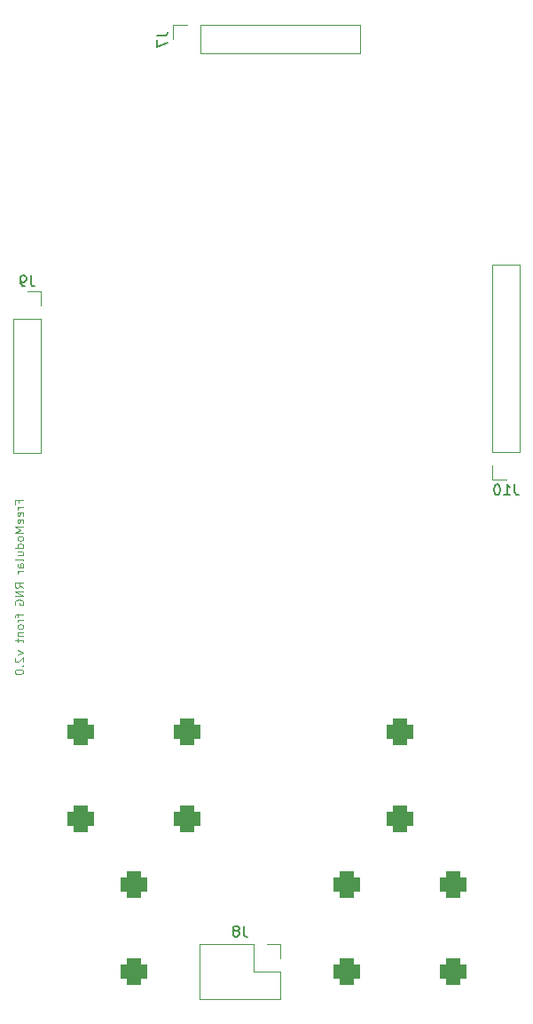
<source format=gbr>
%TF.GenerationSoftware,KiCad,Pcbnew,7.0.2*%
%TF.CreationDate,2023-04-23T21:02:48-07:00*%
%TF.ProjectId,rng_pcb_front,726e675f-7063-4625-9f66-726f6e742e6b,v2.0*%
%TF.SameCoordinates,Original*%
%TF.FileFunction,Legend,Bot*%
%TF.FilePolarity,Positive*%
%FSLAX46Y46*%
G04 Gerber Fmt 4.6, Leading zero omitted, Abs format (unit mm)*
G04 Created by KiCad (PCBNEW 7.0.2) date 2023-04-23 21:02:48*
%MOMM*%
%LPD*%
G01*
G04 APERTURE LIST*
G04 Aperture macros list*
%AMRoundRect*
0 Rectangle with rounded corners*
0 $1 Rounding radius*
0 $2 $3 $4 $5 $6 $7 $8 $9 X,Y pos of 4 corners*
0 Add a 4 corners polygon primitive as box body*
4,1,4,$2,$3,$4,$5,$6,$7,$8,$9,$2,$3,0*
0 Add four circle primitives for the rounded corners*
1,1,$1+$1,$2,$3*
1,1,$1+$1,$4,$5*
1,1,$1+$1,$6,$7*
1,1,$1+$1,$8,$9*
0 Add four rect primitives between the rounded corners*
20,1,$1+$1,$2,$3,$4,$5,0*
20,1,$1+$1,$4,$5,$6,$7,0*
20,1,$1+$1,$6,$7,$8,$9,0*
20,1,$1+$1,$8,$9,$2,$3,0*%
G04 Aperture macros list end*
%ADD10C,0.120000*%
%ADD11C,0.150000*%
%ADD12R,1.800000X1.800000*%
%ADD13C,1.800000*%
%ADD14O,3.100000X2.100000*%
%ADD15RoundRect,0.650000X0.650000X0.650000X-0.650000X0.650000X-0.650000X-0.650000X0.650000X-0.650000X0*%
%ADD16O,2.720000X3.240000*%
%ADD17R,2.000000X2.000000*%
%ADD18C,2.000000*%
%ADD19R,2.500000X3.000000*%
%ADD20C,1.600000*%
%ADD21O,1.600000X1.600000*%
%ADD22RoundRect,0.650000X-0.650000X-0.650000X0.650000X-0.650000X0.650000X0.650000X-0.650000X0.650000X0*%
%ADD23C,1.700000*%
%ADD24O,1.700000X1.700000*%
%ADD25R,1.700000X1.700000*%
G04 APERTURE END LIST*
D10*
X27129332Y-102638486D02*
X27129332Y-102371820D01*
X27548380Y-102371820D02*
X26748380Y-102371820D01*
X26748380Y-102371820D02*
X26748380Y-102752772D01*
X27548380Y-103057534D02*
X27015046Y-103057534D01*
X27167427Y-103057534D02*
X27091237Y-103095629D01*
X27091237Y-103095629D02*
X27053142Y-103133724D01*
X27053142Y-103133724D02*
X27015046Y-103209915D01*
X27015046Y-103209915D02*
X27015046Y-103286105D01*
X27510285Y-103857534D02*
X27548380Y-103781343D01*
X27548380Y-103781343D02*
X27548380Y-103628962D01*
X27548380Y-103628962D02*
X27510285Y-103552772D01*
X27510285Y-103552772D02*
X27434094Y-103514676D01*
X27434094Y-103514676D02*
X27129332Y-103514676D01*
X27129332Y-103514676D02*
X27053142Y-103552772D01*
X27053142Y-103552772D02*
X27015046Y-103628962D01*
X27015046Y-103628962D02*
X27015046Y-103781343D01*
X27015046Y-103781343D02*
X27053142Y-103857534D01*
X27053142Y-103857534D02*
X27129332Y-103895629D01*
X27129332Y-103895629D02*
X27205523Y-103895629D01*
X27205523Y-103895629D02*
X27281713Y-103514676D01*
X27510285Y-104543248D02*
X27548380Y-104467057D01*
X27548380Y-104467057D02*
X27548380Y-104314676D01*
X27548380Y-104314676D02*
X27510285Y-104238486D01*
X27510285Y-104238486D02*
X27434094Y-104200390D01*
X27434094Y-104200390D02*
X27129332Y-104200390D01*
X27129332Y-104200390D02*
X27053142Y-104238486D01*
X27053142Y-104238486D02*
X27015046Y-104314676D01*
X27015046Y-104314676D02*
X27015046Y-104467057D01*
X27015046Y-104467057D02*
X27053142Y-104543248D01*
X27053142Y-104543248D02*
X27129332Y-104581343D01*
X27129332Y-104581343D02*
X27205523Y-104581343D01*
X27205523Y-104581343D02*
X27281713Y-104200390D01*
X27548380Y-104924200D02*
X26748380Y-104924200D01*
X26748380Y-104924200D02*
X27319808Y-105190866D01*
X27319808Y-105190866D02*
X26748380Y-105457533D01*
X26748380Y-105457533D02*
X27548380Y-105457533D01*
X27548380Y-105952771D02*
X27510285Y-105876581D01*
X27510285Y-105876581D02*
X27472189Y-105838486D01*
X27472189Y-105838486D02*
X27395999Y-105800390D01*
X27395999Y-105800390D02*
X27167427Y-105800390D01*
X27167427Y-105800390D02*
X27091237Y-105838486D01*
X27091237Y-105838486D02*
X27053142Y-105876581D01*
X27053142Y-105876581D02*
X27015046Y-105952771D01*
X27015046Y-105952771D02*
X27015046Y-106067057D01*
X27015046Y-106067057D02*
X27053142Y-106143248D01*
X27053142Y-106143248D02*
X27091237Y-106181343D01*
X27091237Y-106181343D02*
X27167427Y-106219438D01*
X27167427Y-106219438D02*
X27395999Y-106219438D01*
X27395999Y-106219438D02*
X27472189Y-106181343D01*
X27472189Y-106181343D02*
X27510285Y-106143248D01*
X27510285Y-106143248D02*
X27548380Y-106067057D01*
X27548380Y-106067057D02*
X27548380Y-105952771D01*
X27548380Y-106905153D02*
X26748380Y-106905153D01*
X27510285Y-106905153D02*
X27548380Y-106828962D01*
X27548380Y-106828962D02*
X27548380Y-106676581D01*
X27548380Y-106676581D02*
X27510285Y-106600391D01*
X27510285Y-106600391D02*
X27472189Y-106562296D01*
X27472189Y-106562296D02*
X27395999Y-106524200D01*
X27395999Y-106524200D02*
X27167427Y-106524200D01*
X27167427Y-106524200D02*
X27091237Y-106562296D01*
X27091237Y-106562296D02*
X27053142Y-106600391D01*
X27053142Y-106600391D02*
X27015046Y-106676581D01*
X27015046Y-106676581D02*
X27015046Y-106828962D01*
X27015046Y-106828962D02*
X27053142Y-106905153D01*
X27015046Y-107628963D02*
X27548380Y-107628963D01*
X27015046Y-107286106D02*
X27434094Y-107286106D01*
X27434094Y-107286106D02*
X27510285Y-107324201D01*
X27510285Y-107324201D02*
X27548380Y-107400391D01*
X27548380Y-107400391D02*
X27548380Y-107514677D01*
X27548380Y-107514677D02*
X27510285Y-107590868D01*
X27510285Y-107590868D02*
X27472189Y-107628963D01*
X27548380Y-108124201D02*
X27510285Y-108048011D01*
X27510285Y-108048011D02*
X27434094Y-108009916D01*
X27434094Y-108009916D02*
X26748380Y-108009916D01*
X27548380Y-108771821D02*
X27129332Y-108771821D01*
X27129332Y-108771821D02*
X27053142Y-108733726D01*
X27053142Y-108733726D02*
X27015046Y-108657535D01*
X27015046Y-108657535D02*
X27015046Y-108505154D01*
X27015046Y-108505154D02*
X27053142Y-108428964D01*
X27510285Y-108771821D02*
X27548380Y-108695630D01*
X27548380Y-108695630D02*
X27548380Y-108505154D01*
X27548380Y-108505154D02*
X27510285Y-108428964D01*
X27510285Y-108428964D02*
X27434094Y-108390868D01*
X27434094Y-108390868D02*
X27357904Y-108390868D01*
X27357904Y-108390868D02*
X27281713Y-108428964D01*
X27281713Y-108428964D02*
X27243618Y-108505154D01*
X27243618Y-108505154D02*
X27243618Y-108695630D01*
X27243618Y-108695630D02*
X27205523Y-108771821D01*
X27548380Y-109152774D02*
X27015046Y-109152774D01*
X27167427Y-109152774D02*
X27091237Y-109190869D01*
X27091237Y-109190869D02*
X27053142Y-109228964D01*
X27053142Y-109228964D02*
X27015046Y-109305155D01*
X27015046Y-109305155D02*
X27015046Y-109381345D01*
X27548380Y-110714679D02*
X27167427Y-110448012D01*
X27548380Y-110257536D02*
X26748380Y-110257536D01*
X26748380Y-110257536D02*
X26748380Y-110562298D01*
X26748380Y-110562298D02*
X26786475Y-110638488D01*
X26786475Y-110638488D02*
X26824570Y-110676583D01*
X26824570Y-110676583D02*
X26900761Y-110714679D01*
X26900761Y-110714679D02*
X27015046Y-110714679D01*
X27015046Y-110714679D02*
X27091237Y-110676583D01*
X27091237Y-110676583D02*
X27129332Y-110638488D01*
X27129332Y-110638488D02*
X27167427Y-110562298D01*
X27167427Y-110562298D02*
X27167427Y-110257536D01*
X27548380Y-111057536D02*
X26748380Y-111057536D01*
X26748380Y-111057536D02*
X27548380Y-111514679D01*
X27548380Y-111514679D02*
X26748380Y-111514679D01*
X26786475Y-112314678D02*
X26748380Y-112238488D01*
X26748380Y-112238488D02*
X26748380Y-112124202D01*
X26748380Y-112124202D02*
X26786475Y-112009916D01*
X26786475Y-112009916D02*
X26862665Y-111933726D01*
X26862665Y-111933726D02*
X26938856Y-111895631D01*
X26938856Y-111895631D02*
X27091237Y-111857535D01*
X27091237Y-111857535D02*
X27205523Y-111857535D01*
X27205523Y-111857535D02*
X27357904Y-111895631D01*
X27357904Y-111895631D02*
X27434094Y-111933726D01*
X27434094Y-111933726D02*
X27510285Y-112009916D01*
X27510285Y-112009916D02*
X27548380Y-112124202D01*
X27548380Y-112124202D02*
X27548380Y-112200393D01*
X27548380Y-112200393D02*
X27510285Y-112314678D01*
X27510285Y-112314678D02*
X27472189Y-112352774D01*
X27472189Y-112352774D02*
X27205523Y-112352774D01*
X27205523Y-112352774D02*
X27205523Y-112200393D01*
X27015046Y-113190869D02*
X27015046Y-113495631D01*
X27548380Y-113305155D02*
X26862665Y-113305155D01*
X26862665Y-113305155D02*
X26786475Y-113343250D01*
X26786475Y-113343250D02*
X26748380Y-113419440D01*
X26748380Y-113419440D02*
X26748380Y-113495631D01*
X27548380Y-113762298D02*
X27015046Y-113762298D01*
X27167427Y-113762298D02*
X27091237Y-113800393D01*
X27091237Y-113800393D02*
X27053142Y-113838488D01*
X27053142Y-113838488D02*
X27015046Y-113914679D01*
X27015046Y-113914679D02*
X27015046Y-113990869D01*
X27548380Y-114371821D02*
X27510285Y-114295631D01*
X27510285Y-114295631D02*
X27472189Y-114257536D01*
X27472189Y-114257536D02*
X27395999Y-114219440D01*
X27395999Y-114219440D02*
X27167427Y-114219440D01*
X27167427Y-114219440D02*
X27091237Y-114257536D01*
X27091237Y-114257536D02*
X27053142Y-114295631D01*
X27053142Y-114295631D02*
X27015046Y-114371821D01*
X27015046Y-114371821D02*
X27015046Y-114486107D01*
X27015046Y-114486107D02*
X27053142Y-114562298D01*
X27053142Y-114562298D02*
X27091237Y-114600393D01*
X27091237Y-114600393D02*
X27167427Y-114638488D01*
X27167427Y-114638488D02*
X27395999Y-114638488D01*
X27395999Y-114638488D02*
X27472189Y-114600393D01*
X27472189Y-114600393D02*
X27510285Y-114562298D01*
X27510285Y-114562298D02*
X27548380Y-114486107D01*
X27548380Y-114486107D02*
X27548380Y-114371821D01*
X27015046Y-114981346D02*
X27548380Y-114981346D01*
X27091237Y-114981346D02*
X27053142Y-115019441D01*
X27053142Y-115019441D02*
X27015046Y-115095631D01*
X27015046Y-115095631D02*
X27015046Y-115209917D01*
X27015046Y-115209917D02*
X27053142Y-115286108D01*
X27053142Y-115286108D02*
X27129332Y-115324203D01*
X27129332Y-115324203D02*
X27548380Y-115324203D01*
X27015046Y-115590870D02*
X27015046Y-115895632D01*
X26748380Y-115705156D02*
X27434094Y-115705156D01*
X27434094Y-115705156D02*
X27510285Y-115743251D01*
X27510285Y-115743251D02*
X27548380Y-115819441D01*
X27548380Y-115819441D02*
X27548380Y-115895632D01*
X27015046Y-116695632D02*
X27548380Y-116886108D01*
X27548380Y-116886108D02*
X27015046Y-117076585D01*
X26824570Y-117343251D02*
X26786475Y-117381347D01*
X26786475Y-117381347D02*
X26748380Y-117457537D01*
X26748380Y-117457537D02*
X26748380Y-117648013D01*
X26748380Y-117648013D02*
X26786475Y-117724204D01*
X26786475Y-117724204D02*
X26824570Y-117762299D01*
X26824570Y-117762299D02*
X26900761Y-117800394D01*
X26900761Y-117800394D02*
X26976951Y-117800394D01*
X26976951Y-117800394D02*
X27091237Y-117762299D01*
X27091237Y-117762299D02*
X27548380Y-117305156D01*
X27548380Y-117305156D02*
X27548380Y-117800394D01*
X27472189Y-118143252D02*
X27510285Y-118181347D01*
X27510285Y-118181347D02*
X27548380Y-118143252D01*
X27548380Y-118143252D02*
X27510285Y-118105156D01*
X27510285Y-118105156D02*
X27472189Y-118143252D01*
X27472189Y-118143252D02*
X27548380Y-118143252D01*
X26748380Y-118676585D02*
X26748380Y-118752775D01*
X26748380Y-118752775D02*
X26786475Y-118828966D01*
X26786475Y-118828966D02*
X26824570Y-118867061D01*
X26824570Y-118867061D02*
X26900761Y-118905156D01*
X26900761Y-118905156D02*
X27053142Y-118943251D01*
X27053142Y-118943251D02*
X27243618Y-118943251D01*
X27243618Y-118943251D02*
X27395999Y-118905156D01*
X27395999Y-118905156D02*
X27472189Y-118867061D01*
X27472189Y-118867061D02*
X27510285Y-118828966D01*
X27510285Y-118828966D02*
X27548380Y-118752775D01*
X27548380Y-118752775D02*
X27548380Y-118676585D01*
X27548380Y-118676585D02*
X27510285Y-118600394D01*
X27510285Y-118600394D02*
X27472189Y-118562299D01*
X27472189Y-118562299D02*
X27395999Y-118524204D01*
X27395999Y-118524204D02*
X27243618Y-118486108D01*
X27243618Y-118486108D02*
X27053142Y-118486108D01*
X27053142Y-118486108D02*
X26900761Y-118524204D01*
X26900761Y-118524204D02*
X26824570Y-118562299D01*
X26824570Y-118562299D02*
X26786475Y-118600394D01*
X26786475Y-118600394D02*
X26748380Y-118676585D01*
D11*
%TO.C,J8*%
X48593333Y-142972619D02*
X48593333Y-143686904D01*
X48593333Y-143686904D02*
X48640952Y-143829761D01*
X48640952Y-143829761D02*
X48736190Y-143925000D01*
X48736190Y-143925000D02*
X48879047Y-143972619D01*
X48879047Y-143972619D02*
X48974285Y-143972619D01*
X47974285Y-143401190D02*
X48069523Y-143353571D01*
X48069523Y-143353571D02*
X48117142Y-143305952D01*
X48117142Y-143305952D02*
X48164761Y-143210714D01*
X48164761Y-143210714D02*
X48164761Y-143163095D01*
X48164761Y-143163095D02*
X48117142Y-143067857D01*
X48117142Y-143067857D02*
X48069523Y-143020238D01*
X48069523Y-143020238D02*
X47974285Y-142972619D01*
X47974285Y-142972619D02*
X47783809Y-142972619D01*
X47783809Y-142972619D02*
X47688571Y-143020238D01*
X47688571Y-143020238D02*
X47640952Y-143067857D01*
X47640952Y-143067857D02*
X47593333Y-143163095D01*
X47593333Y-143163095D02*
X47593333Y-143210714D01*
X47593333Y-143210714D02*
X47640952Y-143305952D01*
X47640952Y-143305952D02*
X47688571Y-143353571D01*
X47688571Y-143353571D02*
X47783809Y-143401190D01*
X47783809Y-143401190D02*
X47974285Y-143401190D01*
X47974285Y-143401190D02*
X48069523Y-143448809D01*
X48069523Y-143448809D02*
X48117142Y-143496428D01*
X48117142Y-143496428D02*
X48164761Y-143591666D01*
X48164761Y-143591666D02*
X48164761Y-143782142D01*
X48164761Y-143782142D02*
X48117142Y-143877380D01*
X48117142Y-143877380D02*
X48069523Y-143925000D01*
X48069523Y-143925000D02*
X47974285Y-143972619D01*
X47974285Y-143972619D02*
X47783809Y-143972619D01*
X47783809Y-143972619D02*
X47688571Y-143925000D01*
X47688571Y-143925000D02*
X47640952Y-143877380D01*
X47640952Y-143877380D02*
X47593333Y-143782142D01*
X47593333Y-143782142D02*
X47593333Y-143591666D01*
X47593333Y-143591666D02*
X47640952Y-143496428D01*
X47640952Y-143496428D02*
X47688571Y-143448809D01*
X47688571Y-143448809D02*
X47783809Y-143401190D01*
%TO.C,J7*%
X40312619Y-58086666D02*
X41026904Y-58086666D01*
X41026904Y-58086666D02*
X41169761Y-58039047D01*
X41169761Y-58039047D02*
X41265000Y-57943809D01*
X41265000Y-57943809D02*
X41312619Y-57800952D01*
X41312619Y-57800952D02*
X41312619Y-57705714D01*
X40312619Y-58467619D02*
X40312619Y-59134285D01*
X40312619Y-59134285D02*
X41312619Y-58705714D01*
%TO.C,J9*%
X28273333Y-80952619D02*
X28273333Y-81666904D01*
X28273333Y-81666904D02*
X28320952Y-81809761D01*
X28320952Y-81809761D02*
X28416190Y-81905000D01*
X28416190Y-81905000D02*
X28559047Y-81952619D01*
X28559047Y-81952619D02*
X28654285Y-81952619D01*
X27749523Y-81952619D02*
X27559047Y-81952619D01*
X27559047Y-81952619D02*
X27463809Y-81905000D01*
X27463809Y-81905000D02*
X27416190Y-81857380D01*
X27416190Y-81857380D02*
X27320952Y-81714523D01*
X27320952Y-81714523D02*
X27273333Y-81524047D01*
X27273333Y-81524047D02*
X27273333Y-81143095D01*
X27273333Y-81143095D02*
X27320952Y-81047857D01*
X27320952Y-81047857D02*
X27368571Y-81000238D01*
X27368571Y-81000238D02*
X27463809Y-80952619D01*
X27463809Y-80952619D02*
X27654285Y-80952619D01*
X27654285Y-80952619D02*
X27749523Y-81000238D01*
X27749523Y-81000238D02*
X27797142Y-81047857D01*
X27797142Y-81047857D02*
X27844761Y-81143095D01*
X27844761Y-81143095D02*
X27844761Y-81381190D01*
X27844761Y-81381190D02*
X27797142Y-81476428D01*
X27797142Y-81476428D02*
X27749523Y-81524047D01*
X27749523Y-81524047D02*
X27654285Y-81571666D01*
X27654285Y-81571666D02*
X27463809Y-81571666D01*
X27463809Y-81571666D02*
X27368571Y-81524047D01*
X27368571Y-81524047D02*
X27320952Y-81476428D01*
X27320952Y-81476428D02*
X27273333Y-81381190D01*
%TO.C,J10*%
X74469523Y-100852619D02*
X74469523Y-101566904D01*
X74469523Y-101566904D02*
X74517142Y-101709761D01*
X74517142Y-101709761D02*
X74612380Y-101805000D01*
X74612380Y-101805000D02*
X74755237Y-101852619D01*
X74755237Y-101852619D02*
X74850475Y-101852619D01*
X73469523Y-101852619D02*
X74040951Y-101852619D01*
X73755237Y-101852619D02*
X73755237Y-100852619D01*
X73755237Y-100852619D02*
X73850475Y-100995476D01*
X73850475Y-100995476D02*
X73945713Y-101090714D01*
X73945713Y-101090714D02*
X74040951Y-101138333D01*
X72850475Y-100852619D02*
X72755237Y-100852619D01*
X72755237Y-100852619D02*
X72659999Y-100900238D01*
X72659999Y-100900238D02*
X72612380Y-100947857D01*
X72612380Y-100947857D02*
X72564761Y-101043095D01*
X72564761Y-101043095D02*
X72517142Y-101233571D01*
X72517142Y-101233571D02*
X72517142Y-101471666D01*
X72517142Y-101471666D02*
X72564761Y-101662142D01*
X72564761Y-101662142D02*
X72612380Y-101757380D01*
X72612380Y-101757380D02*
X72659999Y-101805000D01*
X72659999Y-101805000D02*
X72755237Y-101852619D01*
X72755237Y-101852619D02*
X72850475Y-101852619D01*
X72850475Y-101852619D02*
X72945713Y-101805000D01*
X72945713Y-101805000D02*
X72993332Y-101757380D01*
X72993332Y-101757380D02*
X73040951Y-101662142D01*
X73040951Y-101662142D02*
X73088570Y-101471666D01*
X73088570Y-101471666D02*
X73088570Y-101233571D01*
X73088570Y-101233571D02*
X73040951Y-101043095D01*
X73040951Y-101043095D02*
X72993332Y-100947857D01*
X72993332Y-100947857D02*
X72945713Y-100900238D01*
X72945713Y-100900238D02*
X72850475Y-100852619D01*
D10*
%TO.C,J8*%
X52130000Y-149920000D02*
X44390000Y-149920000D01*
X49530000Y-147320000D02*
X52130000Y-147320000D01*
X52130000Y-147320000D02*
X52130000Y-149920000D01*
X44390000Y-144720000D02*
X44390000Y-149920000D01*
X49530000Y-144720000D02*
X49530000Y-147320000D01*
X49530000Y-144720000D02*
X44390000Y-144720000D01*
X50800000Y-144720000D02*
X52130000Y-144720000D01*
X52130000Y-144720000D02*
X52130000Y-146050000D01*
%TO.C,J7*%
X59750000Y-57090000D02*
X59750000Y-59750000D01*
X44450000Y-57090000D02*
X59750000Y-57090000D01*
X44450000Y-57090000D02*
X44450000Y-59750000D01*
X43180000Y-57090000D02*
X41850000Y-57090000D01*
X41850000Y-57090000D02*
X41850000Y-58420000D01*
X44450000Y-59750000D02*
X59750000Y-59750000D01*
%TO.C,J9*%
X29270000Y-97850000D02*
X26610000Y-97850000D01*
X29270000Y-85090000D02*
X29270000Y-97850000D01*
X29270000Y-85090000D02*
X26610000Y-85090000D01*
X29270000Y-83820000D02*
X29270000Y-82490000D01*
X29270000Y-82490000D02*
X27940000Y-82490000D01*
X26610000Y-85090000D02*
X26610000Y-97850000D01*
%TO.C,J10*%
X72330000Y-79950000D02*
X74990000Y-79950000D01*
X72330000Y-97790000D02*
X72330000Y-79950000D01*
X72330000Y-97790000D02*
X74990000Y-97790000D01*
X72330000Y-99060000D02*
X72330000Y-100390000D01*
X72330000Y-100390000D02*
X73660000Y-100390000D01*
X74990000Y-97790000D02*
X74990000Y-79950000D01*
%TD*%
%LPC*%
D12*
%TO.C,D1*%
X54610000Y-137160000D03*
D13*
X54610000Y-134620000D03*
%TD*%
D14*
%TO.C,J4*%
X38100000Y-135920000D03*
D15*
X38100000Y-139020000D03*
X38100000Y-147320000D03*
%TD*%
D13*
%TO.C,RV3*%
X61000000Y-101600000D03*
X63500000Y-101600000D03*
X66000000Y-101600000D03*
D16*
X58700000Y-94100000D03*
X68300000Y-94100000D03*
%TD*%
D12*
%TO.C,D4*%
X46990000Y-137160000D03*
D13*
X46990000Y-134620000D03*
%TD*%
D14*
%TO.C,J6*%
X68580000Y-135920000D03*
D15*
X68580000Y-139020000D03*
X68580000Y-147320000D03*
%TD*%
D17*
%TO.C,SW1*%
X61000000Y-76200000D03*
D18*
X66000000Y-76200000D03*
X63500000Y-76200000D03*
D19*
X57900000Y-68700000D03*
X69100000Y-68700000D03*
D18*
X61000000Y-61700000D03*
X66000000Y-61700000D03*
%TD*%
D20*
%TO.C,R1*%
X59690000Y-109220000D03*
D21*
X67310000Y-109220000D03*
%TD*%
D13*
%TO.C,RV1*%
X35600000Y-76200000D03*
X38100000Y-76200000D03*
X40600000Y-76200000D03*
D16*
X33300000Y-68700000D03*
X42900000Y-68700000D03*
%TD*%
D12*
%TO.C,D3*%
X29210000Y-137160000D03*
D13*
X29210000Y-134620000D03*
%TD*%
D12*
%TO.C,D10*%
X63500000Y-55880000D03*
D13*
X63500000Y-53340000D03*
%TD*%
D20*
%TO.C,R6*%
X72390000Y-123190000D03*
D21*
X72390000Y-130810000D03*
%TD*%
D20*
%TO.C,R8*%
X50800000Y-123190000D03*
D21*
X50800000Y-130810000D03*
%TD*%
D20*
%TO.C,R2*%
X41910000Y-109220000D03*
D21*
X34290000Y-109220000D03*
%TD*%
D12*
%TO.C,D6*%
X38100000Y-55880000D03*
D13*
X38100000Y-53340000D03*
%TD*%
D14*
%TO.C,J1*%
X33020000Y-135860000D03*
D22*
X33020000Y-132760000D03*
X33020000Y-124460000D03*
%TD*%
D13*
%TO.C,RV2*%
X35600000Y-101600000D03*
X38100000Y-101600000D03*
X40600000Y-101600000D03*
D16*
X33300000Y-94100000D03*
X42900000Y-94100000D03*
%TD*%
D12*
%TO.C,D5*%
X31750000Y-55880000D03*
D13*
X31750000Y-53340000D03*
%TD*%
D12*
%TO.C,D2*%
X72390000Y-137160000D03*
D13*
X72390000Y-134620000D03*
%TD*%
D20*
%TO.C,R4*%
X44450000Y-139700000D03*
D21*
X52070000Y-139700000D03*
%TD*%
D12*
%TO.C,D11*%
X69850000Y-55880000D03*
D13*
X69850000Y-53340000D03*
%TD*%
D20*
%TO.C,R3*%
X44450000Y-142875000D03*
D21*
X52070000Y-142875000D03*
%TD*%
D14*
%TO.C,J5*%
X58420000Y-135920000D03*
D15*
X58420000Y-139020000D03*
X58420000Y-147320000D03*
%TD*%
D12*
%TO.C,D8*%
X50800000Y-55880000D03*
D13*
X50800000Y-53340000D03*
%TD*%
D20*
%TO.C,R5*%
X54610000Y-123190000D03*
D21*
X54610000Y-130810000D03*
%TD*%
D14*
%TO.C,J3*%
X63500000Y-135860000D03*
D22*
X63500000Y-132760000D03*
X63500000Y-124460000D03*
%TD*%
D12*
%TO.C,D9*%
X57150000Y-55880000D03*
D13*
X57150000Y-53340000D03*
%TD*%
D23*
%TO.C,SW2*%
X35560000Y-114300000D03*
D24*
X38100000Y-114300000D03*
X40640000Y-114300000D03*
%TD*%
D12*
%TO.C,D7*%
X44450000Y-55880000D03*
D13*
X44450000Y-53340000D03*
%TD*%
D20*
%TO.C,R7*%
X29210000Y-147320000D03*
D21*
X29210000Y-139700000D03*
%TD*%
D14*
%TO.C,J2*%
X43180000Y-135860000D03*
D22*
X43180000Y-132760000D03*
X43180000Y-124460000D03*
%TD*%
D23*
%TO.C,SW3*%
X60960000Y-114300000D03*
D24*
X63500000Y-114300000D03*
X66040000Y-114300000D03*
%TD*%
D25*
%TO.C,J8*%
X50800000Y-146050000D03*
D24*
X50800000Y-148590000D03*
X48260000Y-146050000D03*
X48260000Y-148590000D03*
X45720000Y-146050000D03*
X45720000Y-148590000D03*
%TD*%
D25*
%TO.C,J7*%
X43180000Y-58420000D03*
D24*
X45720000Y-58420000D03*
X48260000Y-58420000D03*
X50800000Y-58420000D03*
X53340000Y-58420000D03*
X55880000Y-58420000D03*
X58420000Y-58420000D03*
%TD*%
D25*
%TO.C,J9*%
X27940000Y-83820000D03*
D24*
X27940000Y-86360000D03*
X27940000Y-88900000D03*
X27940000Y-91440000D03*
X27940000Y-93980000D03*
X27940000Y-96520000D03*
%TD*%
D25*
%TO.C,J10*%
X73660000Y-99060000D03*
D24*
X73660000Y-96520000D03*
X73660000Y-93980000D03*
X73660000Y-91440000D03*
X73660000Y-88900000D03*
X73660000Y-86360000D03*
X73660000Y-83820000D03*
X73660000Y-81280000D03*
%TD*%
%LPD*%
M02*

</source>
